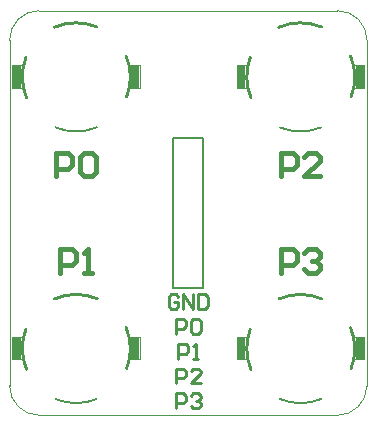
<source format=gto>
G04*
G04 #@! TF.GenerationSoftware,Altium Limited,Altium Designer,19.1.6 (110)*
G04*
G04 Layer_Color=65535*
%FSLAX25Y25*%
%MOIN*%
G70*
G01*
G75*
%ADD10C,0.01000*%
%ADD11C,0.00787*%
%ADD12C,0.00394*%
%ADD13C,0.00984*%
%ADD14C,0.01575*%
%ADD15R,0.03150X0.07480*%
D10*
X-54133Y-38778D02*
G03*
X-53905Y-52152I16935J-6400D01*
G01*
X-30378Y-28583D02*
G03*
X-44623Y-28667I-7023J-16693D01*
G01*
X-20549Y-51908D02*
G03*
X-20693Y-38289I-16852J6632D01*
G01*
X20670Y-38778D02*
G03*
X20899Y-52152I16935J-6400D01*
G01*
X44425Y-28583D02*
G03*
X30180Y-28667I-7023J-16693D01*
G01*
X54254Y-51908D02*
G03*
X54110Y-38289I-16852J6632D01*
G01*
X20670Y51774D02*
G03*
X20899Y38399I16935J-6400D01*
G01*
X44425Y61969D02*
G03*
X30180Y61884I-7023J-16693D01*
G01*
X54254Y38644D02*
G03*
X54110Y52263I-16852J6632D01*
G01*
X-54133Y51774D02*
G03*
X-53905Y38399I16935J-6400D01*
G01*
X-30378Y61969D02*
G03*
X-44623Y61884I-7023J-16693D01*
G01*
X-20549Y38644D02*
G03*
X-20693Y52263I-16852J6632D01*
G01*
D11*
X-44303Y-62019D02*
G03*
X-30511Y-62024I6901J16744D01*
G01*
X30500Y-62019D02*
G03*
X44292Y-62024I6901J16744D01*
G01*
X30500Y28532D02*
G03*
X44292Y28527I6901J16744D01*
G01*
X-44303Y28532D02*
G03*
X-30511Y28527I6901J16744D01*
G01*
X-5000Y-25000D02*
X5000D01*
X-5000D02*
Y25000D01*
X5000Y-25000D02*
Y25000D01*
X-5000D02*
X5000D01*
D12*
X-19685Y-48819D02*
X-16142D01*
X-19685Y-41339D02*
X-16142D01*
Y-48819D02*
Y-41339D01*
X-58661D02*
X-55512D01*
X-58661Y-48819D02*
X-55512D01*
X-58661D02*
Y-41339D01*
X55118Y-48819D02*
X58661D01*
X55118Y-41339D02*
X58661D01*
Y-48819D02*
Y-41339D01*
X16142D02*
X19291D01*
X16142Y-48819D02*
X19291D01*
X16142D02*
Y-41339D01*
X55118Y41732D02*
X58661D01*
X55118Y49213D02*
X58661D01*
Y41732D02*
Y49213D01*
X16142D02*
X19291D01*
X16142Y41732D02*
X19291D01*
X16142D02*
Y49213D01*
X-19685Y41732D02*
X-16142D01*
X-19685Y49213D02*
X-16142D01*
Y41732D02*
Y49213D01*
X-58661D02*
X-55512D01*
X-58661Y41732D02*
X-55512D01*
X-58661D02*
Y49213D01*
X-49724Y67441D02*
G03*
X-59567Y57598I0J-9843D01*
G01*
Y-57598D02*
G03*
X-49724Y-67441I9843J0D01*
G01*
X49724D02*
G03*
X59567Y-57598I0J9843D01*
G01*
Y57598D02*
G03*
X49724Y67441I-9843J0D01*
G01*
X-49724D02*
X49724D01*
X59567Y-57598D02*
Y57598D01*
X-49724Y-67441D02*
X49724D01*
X-59567Y-57598D02*
Y57598D01*
D13*
X-3280Y-27897D02*
X-4100Y-27077D01*
X-5740D01*
X-6560Y-27897D01*
Y-31177D01*
X-5740Y-31997D01*
X-4100D01*
X-3280Y-31177D01*
Y-29537D01*
X-4920D01*
X-1640Y-31997D02*
Y-27077D01*
X1640Y-31997D01*
Y-27077D01*
X3280D02*
Y-31997D01*
X5740D01*
X6560Y-31177D01*
Y-27897D01*
X5740Y-27077D01*
X3280D01*
X-4100Y-40263D02*
Y-35343D01*
X-1640D01*
X-820Y-36163D01*
Y-37803D01*
X-1640Y-38623D01*
X-4100D01*
X820Y-36163D02*
X1640Y-35343D01*
X3280D01*
X4100Y-36163D01*
Y-39443D01*
X3280Y-40263D01*
X1640D01*
X820Y-39443D01*
Y-36163D01*
X-3280Y-48528D02*
Y-43609D01*
X-820D01*
X0Y-44429D01*
Y-46069D01*
X-820Y-46889D01*
X-3280D01*
X1640Y-48528D02*
X3280D01*
X2460D01*
Y-43609D01*
X1640Y-44429D01*
X-4100Y-56794D02*
Y-51875D01*
X-1640D01*
X-820Y-52694D01*
Y-54334D01*
X-1640Y-55154D01*
X-4100D01*
X4100Y-56794D02*
X820D01*
X4100Y-53514D01*
Y-52694D01*
X3280Y-51875D01*
X1640D01*
X820Y-52694D01*
X-4100Y-65060D02*
Y-60140D01*
X-1640D01*
X-820Y-60960D01*
Y-62600D01*
X-1640Y-63420D01*
X-4100D01*
X820Y-60960D02*
X1640Y-60140D01*
X3280D01*
X4100Y-60960D01*
Y-61780D01*
X3280Y-62600D01*
X2460D01*
X3280D01*
X4100Y-63420D01*
Y-64240D01*
X3280Y-65060D01*
X1640D01*
X820Y-64240D01*
D14*
X-43957Y12184D02*
Y20056D01*
X-40022D01*
X-38710Y18744D01*
Y16120D01*
X-40022Y14808D01*
X-43957D01*
X-36086Y18744D02*
X-34774Y20056D01*
X-32150D01*
X-30838Y18744D01*
Y13496D01*
X-32150Y12184D01*
X-34774D01*
X-36086Y13496D01*
Y18744D01*
X-42658Y-20042D02*
Y-12170D01*
X-38722D01*
X-37410Y-13482D01*
Y-16106D01*
X-38722Y-17418D01*
X-42658D01*
X-34786Y-20042D02*
X-32162D01*
X-33474D01*
Y-12170D01*
X-34786Y-13482D01*
X30843Y12184D02*
Y20056D01*
X34778D01*
X36090Y18744D01*
Y16120D01*
X34778Y14808D01*
X30843D01*
X43962Y12184D02*
X38714D01*
X43962Y17432D01*
Y18744D01*
X42650Y20056D01*
X40026D01*
X38714Y18744D01*
X30843Y-20042D02*
Y-12170D01*
X34778D01*
X36090Y-13482D01*
Y-16106D01*
X34778Y-17418D01*
X30843D01*
X38714Y-13482D02*
X40026Y-12170D01*
X42650D01*
X43962Y-13482D01*
Y-14794D01*
X42650Y-16106D01*
X41338D01*
X42650D01*
X43962Y-17418D01*
Y-18730D01*
X42650Y-20042D01*
X40026D01*
X38714Y-18730D01*
D15*
X-57087Y-45079D02*
D03*
X-17717D02*
D03*
X17717D02*
D03*
X57087D02*
D03*
X17717Y45472D02*
D03*
X57087D02*
D03*
X-57087D02*
D03*
X-17717D02*
D03*
M02*

</source>
